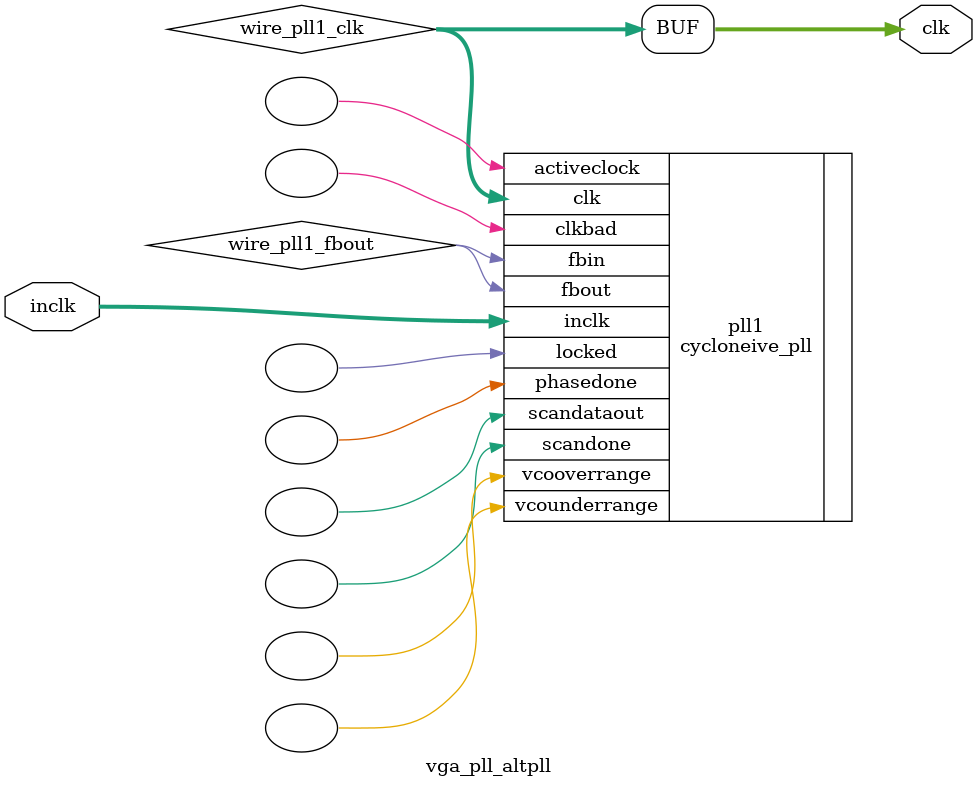
<source format=v>






//synthesis_resources = cycloneive_pll 1 
//synopsys translate_off
`timescale 1 ps / 1 ps
//synopsys translate_on
module  vga_pll_altpll
	( 
	clk,
	inclk) /* synthesis synthesis_clearbox=1 */;
	output   [4:0]  clk;
	input   [1:0]  inclk;
`ifndef ALTERA_RESERVED_QIS
// synopsys translate_off
`endif
	tri0   [1:0]  inclk;
`ifndef ALTERA_RESERVED_QIS
// synopsys translate_on
`endif

	wire  [4:0]   wire_pll1_clk;
	wire  wire_pll1_fbout;

	cycloneive_pll   pll1
	( 
	.activeclock(),
	.clk(wire_pll1_clk),
	.clkbad(),
	.fbin(wire_pll1_fbout),
	.fbout(wire_pll1_fbout),
	.inclk(inclk),
	.locked(),
	.phasedone(),
	.scandataout(),
	.scandone(),
	.vcooverrange(),
	.vcounderrange()
	`ifndef FORMAL_VERIFICATION
	// synopsys translate_off
	`endif
	,
	.areset(1'b0),
	.clkswitch(1'b0),
	.configupdate(1'b0),
	.pfdena(1'b1),
	.phasecounterselect({3{1'b0}}),
	.phasestep(1'b0),
	.phaseupdown(1'b0),
	.scanclk(1'b0),
	.scanclkena(1'b1),
	.scandata(1'b0)
	`ifndef FORMAL_VERIFICATION
	// synopsys translate_on
	`endif
	);
	defparam
		pll1.bandwidth_type = "auto",
		pll1.clk0_divide_by = 400,
		pll1.clk0_duty_cycle = 50,
		pll1.clk0_multiply_by = 217,
		pll1.clk0_phase_shift = "0",
		pll1.compensate_clock = "clk0",
		pll1.inclk0_input_frequency = 20000,
		pll1.operation_mode = "normal",
		pll1.pll_type = "auto",
		pll1.lpm_type = "cycloneive_pll";
	assign
		clk = {wire_pll1_clk[4:0]};
endmodule //vga_pll_altpll
//VALID FILE

</source>
